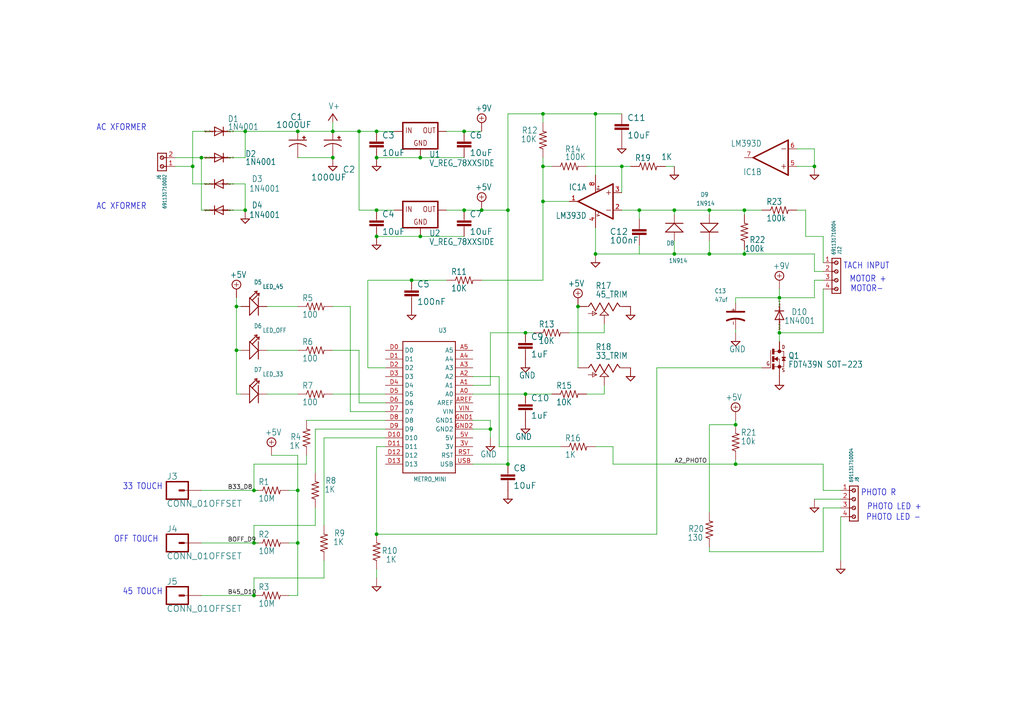
<source format=kicad_sch>
(kicad_sch (version 20231120) (generator "eeschema") (generator_version "8.0")
  (paper "A4")
  (lib_symbols
    (symbol "Philips 212 Rev 4-eagle-import:+5V" (power)
      (symbol "+5V_1_0"
        (pin power_in line (at 0 -2.54 90) (length 2.54) (name "+5V") (number "1"))
      )
    )
    (symbol "Philips 212 Rev 4-eagle-import:+9V" (power)
      (symbol "+9V_1_0"
        (pin power_in line (at 0 -2.54 90) (length 2.54) (name "+9V") (number "1"))
      )
    )
    (symbol "Philips 212 Rev 4-eagle-import:1000UF"
      (property "Reference" "C" (at 1.016 0.635 0))
      (symbol "1000UF_1_0"
        (pin passive line (at 0 2.54 270) (length 2.54) (name "+") (number "1"))
        (pin passive line (at 0 -5.08 90) (length 2.54) (name "-") (number "2"))
      )
    )
    (symbol "Philips 212 Rev 4-eagle-import:10UF-0805-10V-10%"
      (property "Reference" "C" (at 1.524 2.921 0))
      (symbol "10UF-0805-10V-10%_1_0"
        (pin passive line (at 0 5.08 270) (length 2.54) (name "1") (number "1"))
        (pin passive line (at 0 -2.54 90) (length 2.54) (name "2") (number "2"))
      )
    )
    (symbol "Philips 212 Rev 4-eagle-import:10UF-1206-6.3V-20%"
      (property "Reference" "C" (at 1.524 2.921 0))
      (symbol "10UF-1206-6.3V-20%_1_0"
        (pin passive line (at 0 5.08 270) (length 2.54) (name "1") (number "1"))
        (pin passive line (at 0 -2.54 90) (length 2.54) (name "2") (number "2"))
      )
    )
    (symbol "Philips 212 Rev 4-eagle-import:1N4004"
      (property "Reference" "D" (at 2.54 0.4826 0))
      (symbol "1N4004_1_0"
        (text "SpiceOrder 1" (at -2.54 0 0) (effects (font (size 0.4064 0.3454))))
        (text "SpiceOrder 2" (at 2.54 0 0) (effects (font (size 0.4064 0.3454))))
        (pin passive line (at -2.54 0 0) (length 2.54) (name "A") (number "A"))
        (pin passive line (at 2.54 0 180) (length 2.54) (name "C") (number "C"))
      )
    )
    (symbol "Philips 212 Rev 4-eagle-import:691131710002"
      (property "Reference" "J" (at -4.88 -0.922 0))
      (symbol "691131710002_1_0"
        (pin passive line (at -2.54 -5.08 90) (length 2.54) (name "1") (number "1"))
        (pin passive line (at 0 -5.08 90) (length 2.54) (name "2") (number "2"))
      )
    )
    (symbol "Philips 212 Rev 4-eagle-import:691131710004"
      (property "Reference" "J" (at -7.42 -0.922 0))
      (symbol "691131710004_1_0"
        (pin passive line (at -5.08 -5.08 90) (length 2.54) (name "1") (number "1"))
        (pin passive line (at -2.54 -5.08 90) (length 2.54) (name "2") (number "2"))
        (pin passive line (at 0 -5.08 90) (length 2.54) (name "3") (number "3"))
        (pin passive line (at 2.54 -5.08 90) (length 2.54) (name "4") (number "4"))
      )
    )
    (symbol "Philips 212 Rev 4-eagle-import:CONN_01OFFSET"
      (property "Reference" "J" (at -2.54 3.048 0))
      (symbol "CONN_01OFFSET_1_0"
        (pin passive line (at 7.62 0 180) (length 5.08) (name "1") (number "1"))
      )
    )
    (symbol "Philips 212 Rev 4-eagle-import:DIP-DIODE-400V-1A(DO-41)"
      (property "Reference" "D" (at -3.81 2.54 0))
      (symbol "DIP-DIODE-400V-1A(DO-41)_1_0"
        (pin passive line (at -3.81 0 0) (length 2.54) (name "+") (number "1"))
        (pin passive line (at 3.81 0 180) (length 2.54) (name "-") (number "2"))
      )
    )
    (symbol "Philips 212 Rev 4-eagle-import:DIP-LED-TRANSPARENT-WHITE(2P-D5MM)"
      (property "Reference" "D" (at -7.62 1.27 0))
      (symbol "DIP-LED-TRANSPARENT-WHITE(2P-D5MM)_1_0"
        (pin passive line (at -3.81 0 0) (length 2.54) (name "+") (number "+"))
        (pin passive line (at 3.81 0 180) (length 2.54) (name "-") (number "-"))
      )
    )
    (symbol "Philips 212 Rev 4-eagle-import:FDT439NSOT-223"
      (property "Reference" "Q" (at 2.5462 0 0))
      (symbol "FDT439NSOT-223_1_0"
        (text "D" (at 0.6363 2.8635 0) (effects (font (size 1.0181 0.8653)) (justify left bottom)))
        (text "G" (at -3.8217 -1.9108 0) (effects (font (size 1.0191 0.8662)) (justify left bottom)))
        (text "S" (at 0.6369 -3.8217 0) (effects (font (size 1.0191 0.8662)) (justify left bottom)))
        (pin passive line (at -5.08 -2.54 0) (length 2.54) (name "G") (number "1"))
        (pin passive line (at 0 5.08 270) (length 2.54) (name "D") (number "2"))
        (pin passive line (at 0 -5.08 90) (length 2.54) (name "S") (number "3"))
        (pin passive line (at 0 5.08 270) (length 2.54) (name "D") (number "4"))
      )
    )
    (symbol "Philips 212 Rev 4-eagle-import:GND" (power)
      (symbol "GND_1_0"
        (pin power_in line (at 0 2.54 270) (length 2.54) (name "GND") (number "1"))
      )
    )
    (symbol "Philips 212 Rev 4-eagle-import:LM393D"
      (symbol "LM393D_1_0"
        (pin output line (at 7.62 0 180) (length 2.54) (name "OUT") (number "1"))
        (pin input line (at -7.62 -2.54 0) (length 2.54) (name "-IN") (number "2"))
        (pin input line (at -7.62 2.54 0) (length 2.54) (name "+IN") (number "3"))
      )
      (symbol "LM393D_2_0"
        (pin input line (at -7.62 2.54 0) (length 2.54) (name "+IN") (number "5"))
        (pin input line (at -7.62 -2.54 0) (length 2.54) (name "-IN") (number "6"))
        (pin output line (at 7.62 0 180) (length 2.54) (name "OUT") (number "7"))
      )
      (symbol "LM393D_3_0"
        (text "V+" (at 1.27 3.175 900) (effects (font (size 0.8128 0.6908)) (justify left bottom)))
        (text "V-" (at 1.27 -4.445 900) (effects (font (size 0.8128 0.6908)) (justify left bottom)))
        (pin power_in line (at 0 -7.62 90) (length 5.08) (name "V-") (number "4"))
        (pin power_in line (at 0 7.62 270) (length 5.08) (name "V+") (number "8"))
      )
    )
    (symbol "Philips 212 Rev 4-eagle-import:METRO_MINI"
      (symbol "METRO_MINI_1_0"
        (pin bidirectional line (at -12.7 -10.16 0) (length 5.08) (name "3V") (number "3V"))
        (pin bidirectional line (at -12.7 -7.62 0) (length 5.08) (name "5V") (number "5V"))
        (pin bidirectional line (at -12.7 5.08 0) (length 5.08) (name "A0") (number "A0"))
        (pin bidirectional line (at -12.7 7.62 0) (length 5.08) (name "A1") (number "A1"))
        (pin bidirectional line (at -12.7 10.16 0) (length 5.08) (name "A2") (number "A2"))
        (pin bidirectional line (at -12.7 12.7 0) (length 5.08) (name "A3") (number "A3"))
        (pin bidirectional line (at -12.7 15.24 0) (length 5.08) (name "A4") (number "A4"))
        (pin bidirectional line (at -12.7 17.78 0) (length 5.08) (name "A5") (number "A5"))
        (pin bidirectional line (at -12.7 2.54 0) (length 5.08) (name "AREF") (number "AREF"))
        (pin bidirectional line (at 12.7 17.78 180) (length 5.08) (name "D0") (number "D0"))
        (pin bidirectional line (at 12.7 15.24 180) (length 5.08) (name "D1") (number "D1"))
        (pin bidirectional line (at 12.7 -7.62 180) (length 5.08) (name "D10") (number "D10"))
        (pin bidirectional line (at 12.7 -10.16 180) (length 5.08) (name "D11") (number "D11"))
        (pin bidirectional line (at 12.7 -12.7 180) (length 5.08) (name "D12") (number "D12"))
        (pin bidirectional line (at 12.7 -15.24 180) (length 5.08) (name "D13") (number "D13"))
        (pin bidirectional line (at 12.7 12.7 180) (length 5.08) (name "D2") (number "D2"))
        (pin bidirectional line (at 12.7 10.16 180) (length 5.08) (name "D3") (number "D3"))
        (pin bidirectional line (at 12.7 7.62 180) (length 5.08) (name "D4") (number "D4"))
        (pin bidirectional line (at 12.7 5.08 180) (length 5.08) (name "D5") (number "D5"))
        (pin bidirectional line (at 12.7 2.54 180) (length 5.08) (name "D6") (number "D6"))
        (pin bidirectional line (at 12.7 0 180) (length 5.08) (name "D7") (number "D7"))
        (pin bidirectional line (at 12.7 -2.54 180) (length 5.08) (name "D8") (number "D8"))
        (pin bidirectional line (at 12.7 -5.08 180) (length 5.08) (name "D9") (number "D9"))
        (pin power_in line (at -12.7 -2.54 0) (length 5.08) (name "GND1") (number "GND1"))
        (pin power_in line (at -12.7 -5.08 0) (length 5.08) (name "GND2") (number "GND2"))
        (pin bidirectional line (at -12.7 -12.7 0) (length 5.08) (name "RST") (number "RST"))
        (pin power_in line (at -12.7 -15.24 0) (length 5.08) (name "USB") (number "USB"))
        (pin bidirectional line (at -12.7 0 0) (length 5.08) (name "VIN") (number "VIN"))
      )
    )
    (symbol "Philips 212 Rev 4-eagle-import:POTS212_POT"
      (property "Reference" "R" (at -5.08 -2.54 90))
      (symbol "POTS212_POT_1_0"
        (pin passive line (at 0 -7.62 90) (length 2.54) (name "A") (number "1"))
        (pin passive line (at 5.08 0 180) (length 2.54) (name "S") (number "2"))
        (pin passive line (at 0 7.62 270) (length 2.54) (name "E") (number "3"))
      )
    )
    (symbol "Philips 212 Rev 4-eagle-import:R-US_M1206"
      (property "Reference" "R" (at -3.81 1.4986 0))
      (symbol "R-US_M1206_1_0"
        (pin passive line (at -5.08 0 0) (length 2.54) (name "1") (number "1"))
        (pin passive line (at 5.08 0 180) (length 2.54) (name "2") (number "2"))
      )
    )
    (symbol "Philips 212 Rev 4-eagle-import:TANTALUM-SMD-470UF-6.3V(AVX-D)"
      (property "Reference" "C" (at -6.35 3.81 0))
      (symbol "TANTALUM-SMD-470UF-6.3V(AVX-D)_1_0"
        (text "+" (at -2.54 0 0) (effects (font (size 1.27 1.0795)) (justify left bottom)))
        (text "-" (at 1.27 0 0) (effects (font (size 1.27 1.0795)) (justify left bottom)))
        (pin passive line (at -3.81 0 0) (length 2.54) (name "+") (number "+"))
        (pin passive line (at 3.81 0 180) (length 2.54) (name "-") (number "-"))
      )
    )
    (symbol "Philips 212 Rev 4-eagle-import:V+" (power)
      (symbol "V+_1_0"
        (pin power_in line (at 0 -2.54 90) (length 2.54) (name "V+") (number "1"))
      )
    )
    (symbol "Philips 212 Rev 4-eagle-import:V_REG_78XXSIDE"
      (property "Reference" "U" (at 2.54 -7.62 0))
      (symbol "V_REG_78XXSIDE_1_0"
        (text "GND" (at -2.032 -4.318 0) (effects (font (size 1.524 1.2954)) (justify left bottom)))
        (text "IN" (at -4.445 -0.635 0) (effects (font (size 1.524 1.2954)) (justify left bottom)))
        (text "OUT" (at 0.635 -0.635 0) (effects (font (size 1.524 1.2954)) (justify left bottom)))
        (pin input line (at 0 -7.62 90) (length 2.54) (name "GND") (number "GND"))
        (pin input line (at -7.62 0 0) (length 2.54) (name "IN") (number "IN"))
        (pin passive line (at 7.62 0 180) (length 2.54) (name "OUT") (number "OUT"))
      )
    )
  )
  (junction (at 215.9 60.96))
  (junction (at 205.74 73.66))
  (junction (at 73.66 142.24))
  (junction (at 86.36 142.24))
  (junction (at 142.24 124.46))
  (junction (at 152.4 96.52))
  (junction (at 86.36 157.48))
  (junction (at 167.64 88.9))
  (junction (at 180.34 48.26))
  (junction (at 195.58 73.66))
  (junction (at 157.48 33.02))
  (junction (at 236.22 48.26))
  (junction (at 121.92 68.58))
  (junction (at 96.52 45.72))
  (junction (at 71.12 38.1))
  (junction (at 226.06 96.52))
  (junction (at 109.22 45.72))
  (junction (at 68.58 101.6))
  (junction (at 226.06 86.36))
  (junction (at 68.58 88.9))
  (junction (at 172.72 33.02))
  (junction (at 109.22 60.96))
  (junction (at 121.92 45.72))
  (junction (at 119.38 81.28))
  (junction (at 71.12 60.96))
  (junction (at 205.74 60.96))
  (junction (at 147.32 60.96))
  (junction (at 109.22 38.1))
  (junction (at 109.22 68.58))
  (junction (at 134.62 60.96))
  (junction (at 157.48 58.42))
  (junction (at 215.9 73.66))
  (junction (at 213.36 134.62))
  (junction (at 104.14 38.1))
  (junction (at 55.88 48.26))
  (junction (at 86.36 38.1))
  (junction (at 157.48 48.26))
  (junction (at 213.36 123.19))
  (junction (at 109.22 154.94))
  (junction (at 147.32 134.62))
  (junction (at 195.58 60.96))
  (junction (at 172.72 73.66))
  (junction (at 134.62 38.1))
  (junction (at 139.7 60.96))
  (junction (at 73.66 157.48))
  (junction (at 58.42 45.72))
  (junction (at 73.66 172.72))
  (junction (at 96.52 38.1))
  (junction (at 185.42 60.96))
  (junction (at 152.4 114.3))
  (wire (pts (xy 139.7 60.96) (xy 147.32 60.96)) (stroke (width 0.1524)))
  (wire (pts (xy 111.76 121.92) (xy 88.9 121.92)) (stroke (width 0.1524)))
  (wire (pts (xy 170.18 114.3) (xy 175.26 114.3)) (stroke (width 0.1524)))
  (wire (pts (xy 69.85 101.6) (xy 68.58 101.6)) (stroke (width 0.1524)))
  (wire (pts (xy 213.36 86.36) (xy 226.06 86.36)) (stroke (width 0.1524)))
  (wire (pts (xy 73.66 157.48) (xy 58.42 157.48)) (stroke (width 0.1524)))
  (wire (pts (xy 157.48 81.28) (xy 139.7 81.28)) (stroke (width 0.1524)))
  (wire (pts (xy 233.68 60.96) (xy 231.14 60.96)) (stroke (width 0.1524)))
  (wire (pts (xy 195.58 69.85) (xy 195.58 73.66)) (stroke (width 0.1524)))
  (wire (pts (xy 137.16 111.76) (xy 142.24 111.76)) (stroke (width 0.1524)))
  (wire (pts (xy 88.9 134.62) (xy 73.66 134.62)) (stroke (width 0.1524)))
  (wire (pts (xy 73.66 172.72) (xy 58.42 172.72)) (stroke (width 0.1524)))
  (wire (pts (xy 134.62 45.72) (xy 121.92 45.72)) (stroke (width 0.1524)))
  (wire (pts (xy 96.52 88.9) (xy 101.6 88.9)) (stroke (width 0.1524)))
  (wire (pts (xy 205.74 158.75) (xy 205.74 160.02)) (stroke (width 0.1524)))
  (wire (pts (xy 231.14 48.26) (xy 236.22 48.26)) (stroke (width 0.1524)))
  (wire (pts (xy 236.22 86.36) (xy 236.22 81.28)) (stroke (width 0.1524)))
  (wire (pts (xy 180.34 33.02) (xy 172.72 33.02)) (stroke (width 0.1524)))
  (wire (pts (xy 213.36 96.52) (xy 213.36 95.504)) (stroke (width 0.1524)))
  (wire (pts (xy 180.34 60.96) (xy 185.42 60.96)) (stroke (width 0.1524)))
  (wire (pts (xy 60.96 53.34) (xy 55.88 53.34)) (stroke (width 0.1524)))
  (wire (pts (xy 152.4 96.52) (xy 154.94 96.52)) (stroke (width 0.1524)))
  (wire (pts (xy 215.9 60.96) (xy 220.98 60.96)) (stroke (width 0.1524)))
  (wire (pts (xy 238.76 68.58) (xy 238.76 76.2)) (stroke (width 0.1524)))
  (wire (pts (xy 129.54 38.1) (xy 134.62 38.1)) (stroke (width 0.1524)))
  (wire (pts (xy 175.26 93.98) (xy 175.26 96.52)) (stroke (width 0.1524)))
  (wire (pts (xy 86.36 101.6) (xy 77.47 101.6)) (stroke (width 0.1524)))
  (wire (pts (xy 106.68 81.28) (xy 119.38 81.28)) (stroke (width 0.1524)))
  (wire (pts (xy 177.8 134.62) (xy 213.36 134.62)) (stroke (width 0.1524)))
  (wire (pts (xy 139.7 38.1) (xy 134.62 38.1)) (stroke (width 0.1524)))
  (wire (pts (xy 71.12 53.34) (xy 71.12 60.96)) (stroke (width 0.1524)))
  (wire (pts (xy 190.5 106.68) (xy 220.98 106.68)) (stroke (width 0.1524)))
  (wire (pts (xy 96.52 101.6) (xy 104.14 101.6)) (stroke (width 0.1524)))
  (wire (pts (xy 73.66 152.4) (xy 73.66 157.48)) (stroke (width 0.1524)))
  (wire (pts (xy 109.22 129.54) (xy 109.22 154.94)) (stroke (width 0.1524)))
  (wire (pts (xy 69.85 88.9) (xy 68.58 88.9)) (stroke (width 0.1524)))
  (wire (pts (xy 142.24 121.92) (xy 142.24 124.46)) (stroke (width 0.1524)))
  (wire (pts (xy 205.74 62.23) (xy 205.74 60.96)) (stroke (width 0.1524)))
  (wire (pts (xy 86.36 157.48) (xy 86.36 172.72)) (stroke (width 0.1524)))
  (wire (pts (xy 185.42 71.12) (xy 185.42 73.66)) (stroke (width 0.1524)))
  (wire (pts (xy 236.22 73.66) (xy 236.22 78.74)) (stroke (width 0.1524)))
  (wire (pts (xy 137.16 134.62) (xy 147.32 134.62)) (stroke (width 0.1524)))
  (wire (pts (xy 104.14 116.84) (xy 111.76 116.84)) (stroke (width 0.1524)))
  (wire (pts (xy 68.58 88.9) (xy 68.58 86.36)) (stroke (width 0.1524)))
  (wire (pts (xy 226.06 83.82) (xy 226.06 86.36)) (stroke (width 0.1524)))
  (wire (pts (xy 137.16 121.92) (xy 142.24 121.92)) (stroke (width 0.1524)))
  (wire (pts (xy 185.42 63.5) (xy 185.42 60.96)) (stroke (width 0.1524)))
  (wire (pts (xy 60.96 38.1) (xy 55.88 38.1)) (stroke (width 0.1524)))
  (wire (pts (xy 213.36 86.36) (xy 213.36 87.884)) (stroke (width 0.1524)))
  (wire (pts (xy 86.36 142.24) (xy 86.36 157.48)) (stroke (width 0.1524)))
  (wire (pts (xy 78.74 132.08) (xy 86.36 132.08)) (stroke (width 0.1524)))
  (wire (pts (xy 91.44 152.4) (xy 73.66 152.4)) (stroke (width 0.1524)))
  (wire (pts (xy 167.64 88.9) (xy 167.64 106.68)) (stroke (width 0.1524)))
  (wire (pts (xy 172.72 129.54) (xy 177.8 129.54)) (stroke (width 0.1524)))
  (wire (pts (xy 185.42 60.96) (xy 195.58 60.96)) (stroke (width 0.1524)))
  (wire (pts (xy 175.26 96.52) (xy 165.1 96.52)) (stroke (width 0.1524)))
  (wire (pts (xy 83.82 172.72) (xy 86.36 172.72)) (stroke (width 0.1524)))
  (wire (pts (xy 73.66 142.24) (xy 58.42 142.24)) (stroke (width 0.1524)))
  (wire (pts (xy 86.36 88.9) (xy 77.47 88.9)) (stroke (width 0.1524)))
  (wire (pts (xy 96.52 114.3) (xy 111.76 114.3)) (stroke (width 0.1524)))
  (wire (pts (xy 243.84 162.56) (xy 243.84 149.86)) (stroke (width 0.1524)))
  (wire (pts (xy 71.12 38.1) (xy 71.12 45.72)) (stroke (width 0.1524)))
  (wire (pts (xy 226.06 86.36) (xy 226.06 88.9)) (stroke (width 0.1524)))
  (wire (pts (xy 238.76 147.32) (xy 238.76 160.02)) (stroke (width 0.1524)))
  (wire (pts (xy 104.14 60.96) (xy 104.14 38.1)) (stroke (width 0.1524)))
  (wire (pts (xy 111.76 129.54) (xy 109.22 129.54)) (stroke (width 0.1524)))
  (wire (pts (xy 86.36 38.1) (xy 71.12 38.1)) (stroke (width 0.1524)))
  (wire (pts (xy 93.98 167.64) (xy 93.98 162.56)) (stroke (width 0.1524)))
  (wire (pts (xy 109.22 154.94) (xy 190.5 154.94)) (stroke (width 0.1524)))
  (wire (pts (xy 213.36 133.35) (xy 213.36 134.62)) (stroke (width 0.1524)))
  (wire (pts (xy 109.22 38.1) (xy 114.3 38.1)) (stroke (width 0.1524)))
  (wire (pts (xy 243.84 147.32) (xy 238.76 147.32)) (stroke (width 0.1524)))
  (wire (pts (xy 147.32 60.96) (xy 147.32 33.02)) (stroke (width 0.1524)))
  (wire (pts (xy 157.48 33.02) (xy 157.48 35.56)) (stroke (width 0.1524)))
  (wire (pts (xy 91.44 147.32) (xy 91.44 152.4)) (stroke (width 0.1524)))
  (wire (pts (xy 182.88 48.26) (xy 180.34 48.26)) (stroke (width 0.1524)))
  (wire (pts (xy 119.38 81.28) (xy 129.54 81.28)) (stroke (width 0.1524)))
  (wire (pts (xy 215.9 73.66) (xy 205.74 73.66)) (stroke (width 0.1524)))
  (wire (pts (xy 195.58 48.26) (xy 193.04 48.26)) (stroke (width 0.1524)))
  (wire (pts (xy 226.06 96.52) (xy 226.06 99.06)) (stroke (width 0.1524)))
  (wire (pts (xy 190.5 154.94) (xy 190.5 106.68)) (stroke (width 0.1524)))
  (wire (pts (xy 111.76 127) (xy 93.98 127)) (stroke (width 0.1524)))
  (wire (pts (xy 137.16 114.3) (xy 152.4 114.3)) (stroke (width 0.1524)))
  (wire (pts (xy 147.32 33.02) (xy 157.48 33.02)) (stroke (width 0.1524)))
  (wire (pts (xy 180.34 48.26) (xy 170.18 48.26)) (stroke (width 0.1524)))
  (wire (pts (xy 109.22 60.96) (xy 104.14 60.96)) (stroke (width 0.1524)))
  (wire (pts (xy 213.36 123.19) (xy 205.74 123.19)) (stroke (width 0.1524)))
  (wire (pts (xy 142.24 96.52) (xy 152.4 96.52)) (stroke (width 0.1524)))
  (wire (pts (xy 58.42 60.96) (xy 60.96 60.96)) (stroke (width 0.1524)))
  (wire (pts (xy 73.66 167.64) (xy 73.66 172.72)) (stroke (width 0.1524)))
  (wire (pts (xy 175.26 111.76) (xy 175.26 114.3)) (stroke (width 0.1524)))
  (wire (pts (xy 109.22 60.96) (xy 114.3 60.96)) (stroke (width 0.1524)))
  (wire (pts (xy 142.24 111.76) (xy 142.24 96.52)) (stroke (width 0.1524)))
  (wire (pts (xy 236.22 78.74) (xy 238.76 78.74)) (stroke (width 0.1524)))
  (wire (pts (xy 93.98 167.64) (xy 73.66 167.64)) (stroke (width 0.1524)))
  (wire (pts (xy 66.04 38.1) (xy 71.12 38.1)) (stroke (width 0.1524)))
  (wire (pts (xy 142.24 124.46) (xy 137.16 124.46)) (stroke (width 0.1524)))
  (wire (pts (xy 139.7 60.96) (xy 134.62 60.96)) (stroke (width 0.1524)))
  (wire (pts (xy 157.48 45.72) (xy 157.48 48.26)) (stroke (width 0.1524)))
  (wire (pts (xy 68.58 101.6) (xy 68.58 88.9)) (stroke (width 0.1524)))
  (wire (pts (xy 205.74 123.19) (xy 205.74 148.59)) (stroke (width 0.1524)))
  (wire (pts (xy 233.68 68.58) (xy 238.76 68.58)) (stroke (width 0.1524)))
  (wire (pts (xy 106.68 106.68) (xy 106.68 81.28)) (stroke (width 0.1524)))
  (wire (pts (xy 129.54 60.96) (xy 134.62 60.96)) (stroke (width 0.1524)))
  (wire (pts (xy 215.9 73.66) (xy 236.22 73.66)) (stroke (width 0.1524)))
  (wire (pts (xy 50.8 48.26) (xy 55.88 48.26)) (stroke (width 0.1524)))
  (wire (pts (xy 88.9 134.62) (xy 88.9 132.08)) (stroke (width 0.1524)))
  (wire (pts (xy 109.22 38.1) (xy 104.14 38.1)) (stroke (width 0.1524)))
  (wire (pts (xy 215.9 62.23) (xy 215.9 60.96)) (stroke (width 0.1524)))
  (wire (pts (xy 74.93 142.24) (xy 73.66 142.24)) (stroke (width 0.1524)))
  (wire (pts (xy 142.24 127) (xy 142.24 124.46)) (stroke (width 0.1524)))
  (wire (pts (xy 73.66 134.62) (xy 73.66 142.24)) (stroke (width 0.1524)))
  (wire (pts (xy 180.34 55.88) (xy 180.34 48.26)) (stroke (width 0.1524)))
  (wire (pts (xy 236.22 144.78) (xy 243.84 144.78)) (stroke (width 0.1524)))
  (wire (pts (xy 215.9 72.39) (xy 215.9 73.66)) (stroke (width 0.1524)))
  (wire (pts (xy 101.6 119.38) (xy 111.76 119.38)) (stroke (width 0.1524)))
  (wire (pts (xy 144.78 109.22) (xy 144.78 129.54)) (stroke (width 0.1524)))
  (wire (pts (xy 134.62 68.58) (xy 121.92 68.58)) (stroke (width 0.1524)))
  (wire (pts (xy 238.76 142.24) (xy 243.84 142.24)) (stroke (width 0.1524)))
  (wire (pts (xy 238.76 134.62) (xy 213.36 134.62)) (stroke (width 0.1524)))
  (wire (pts (xy 172.72 73.66) (xy 195.58 73.66)) (stroke (width 0.1524)))
  (wire (pts (xy 157.48 58.42) (xy 165.1 58.42)) (stroke (width 0.1524)))
  (wire (pts (xy 71.12 60.96) (xy 66.04 60.96)) (stroke (width 0.1524)))
  (wire (pts (xy 58.42 45.72) (xy 58.42 60.96)) (stroke (width 0.1524)))
  (wire (pts (xy 137.16 109.22) (xy 144.78 109.22)) (stroke (width 0.1524)))
  (wire (pts (xy 68.58 114.3) (xy 68.58 101.6)) (stroke (width 0.1524)))
  (wire (pts (xy 83.82 142.24) (xy 86.36 142.24)) (stroke (width 0.1524)))
  (wire (pts (xy 109.22 68.58) (xy 121.92 68.58)) (stroke (width 0.1524)))
  (wire (pts (xy 71.12 45.72) (xy 66.04 45.72)) (stroke (width 0.1524)))
  (wire (pts (xy 172.72 33.02) (xy 172.72 50.8)) (stroke (width 0.1524)))
  (wire (pts (xy 111.76 124.46) (xy 91.44 124.46)) (stroke (width 0.1524)))
  (wire (pts (xy 195.58 73.66) (xy 205.74 73.66)) (stroke (width 0.1524)))
  (wire (pts (xy 111.76 106.68) (xy 106.68 106.68)) (stroke (width 0.1524)))
  (wire (pts (xy 109.22 45.72) (xy 121.92 45.72)) (stroke (width 0.1524)))
  (wire (pts (xy 236.22 81.28) (xy 238.76 81.28)) (stroke (width 0.1524)))
  (wire (pts (xy 238.76 134.62) (xy 238.76 142.24)) (stroke (width 0.1524)))
  (wire (pts (xy 205.74 73.66) (xy 205.74 69.85)) (stroke (width 0.1524)))
  (wire (pts (xy 238.76 96.52) (xy 238.76 83.82)) (stroke (width 0.1524)))
  (wire (pts (xy 147.32 134.62) (xy 147.32 60.96)) (stroke (width 0.1524)))
  (wire (pts (xy 226.06 93.98) (xy 226.06 96.52)) (stroke (width 0.1524)))
  (wire (pts (xy 213.36 121.92) (xy 213.36 123.19)) (stroke (width 0.1524)))
  (wire (pts (xy 195.58 62.23) (xy 195.58 60.96)) (stroke (width 0.1524)))
  (wire (pts (xy 231.14 43.18) (xy 236.22 43.18)) (stroke (width 0.1524)))
  (wire (pts (xy 233.68 60.96) (xy 233.68 68.58)) (stroke (width 0.1524)))
  (wire (pts (xy 69.85 114.3) (xy 68.58 114.3)) (stroke (width 0.1524)))
  (wire (pts (xy 55.88 48.26) (xy 55.88 53.34)) (stroke (width 0.1524)))
  (wire (pts (xy 160.02 48.26) (xy 157.48 48.26)) (stroke (width 0.1524)))
  (wire (pts (xy 83.82 157.48) (xy 86.36 157.48)) (stroke (width 0.1524)))
  (wire (pts (xy 66.04 53.34) (xy 71.12 53.34)) (stroke (width 0.1524)))
  (wire (pts (xy 157.48 81.28) (xy 157.48 58.42)) (stroke (width 0.1524)))
  (wire (pts (xy 152.4 114.3) (xy 160.02 114.3)) (stroke (width 0.1524)))
  (wire (pts (xy 96.52 38.1) (xy 86.36 38.1)) (stroke (width 0.1524)))
  (wire (pts (xy 236.22 86.36) (xy 226.06 86.36)) (stroke (width 0.1524)))
  (wire (pts (xy 205.74 60.96) (xy 215.9 60.96)) (stroke (width 0.1524)))
  (wire (pts (xy 109.22 165.1) (xy 109.22 167.64)) (stroke (width 0.1524)))
  (wire (pts (xy 86.36 114.3) (xy 77.47 114.3)) (stroke (width 0.1524)))
  (wire (pts (xy 205.74 160.02) (xy 238.76 160.02)) (stroke (width 0.1524)))
  (wire (pts (xy 93.98 127) (xy 93.98 152.4)) (stroke (width 0.1524)))
  (wire (pts (xy 172.72 66.04) (xy 172.72 73.66)) (stroke (width 0.1524)))
  (wire (pts (xy 157.48 48.26) (xy 157.48 58.42)) (stroke (width 0.1524)))
  (wire (pts (xy 55.88 38.1) (xy 55.88 48.26)) (stroke (width 0.1524)))
  (wire (pts (xy 86.36 132.08) (xy 86.36 142.24)) (stroke (width 0.1524)))
  (wire (pts (xy 177.8 129.54) (xy 177.8 134.62)) (stroke (width 0.1524)))
  (wire (pts (xy 101.6 88.9) (xy 101.6 119.38)) (stroke (width 0.1524)))
  (wire (pts (xy 172.72 33.02) (xy 157.48 33.02)) (stroke (width 0.1524)))
  (wire (pts (xy 205.74 60.96) (xy 195.58 60.96)) (stroke (width 0.1524)))
  (wire (pts (xy 104.14 101.6) (xy 104.14 116.84)) (stroke (width 0.1524)))
  (wire (pts (xy 144.78 129.54) (xy 162.56 129.54)) (stroke (width 0.1524)))
  (wire (pts (xy 236.22 43.18) (xy 236.22 48.26)) (stroke (width 0.1524)))
  (wire (pts (xy 50.8 45.72) (xy 58.42 45.72)) (stroke (width 0.1524)))
  (wire (pts (xy 238.76 96.52) (xy 226.06 96.52)) (stroke (width 0.1524)))
  (wire (pts (xy 104.14 38.1) (xy 96.52 38.1)) (stroke (width 0.1524)))
  (wire (pts (xy 96.52 45.72) (xy 86.36 45.72)) (stroke (width 0.1524)))
  (wire (pts (xy 91.44 124.46) (xy 91.44 137.16)) (stroke (width 0.1524)))
  (wire (pts (xy 96.52 38.1) (xy 96.52 35.56)) (stroke (width 0.1524)))
  (wire (pts (xy 60.96 45.72) (xy 58.42 45.72)) (stroke (width 0.1524)))
  (wire (pts (xy 74.93 157.48) (xy 73.66 157.48)) (stroke (width 0.1524)))
  (text "OFF TOUCH" (at 33.02 157.48 0) (effects (font (size 1.778 1.5113)) (justify left bottom)))
  (text "PHOTO R" (at 249.682 144.018 0) (effects (font (size 1.778 1.5113)) (justify left bottom)))
  (text "AC XFORMER" (at 27.94 38.1 0) (effects (font (size 1.778 1.5113)) (justify left bottom)))
  (text "MOTOR +" (at 246.38 82.042 0) (effects (font (size 1.778 1.5113)) (justify left bottom)))
  (text "MOTOR-" (at 246.634 84.836 0) (effects (font (size 1.778 1.5113)) (justify left bottom)))
  (text "33 TOUCH" (at 35.56 142.24 0) (effects (font (size 1.778 1.5113)) (justify left bottom)))
  (text "TACH INPUT" (at 244.602 78.232 0) (effects (font (size 1.778 1.5113)) (justify left bottom)))
  (text "45 TOUCH" (at 35.56 172.72 0) (effects (font (size 1.778 1.5113)) (justify left bottom)))
  (text "PHOTO LED -" (at 251.206 151.13 0) (effects (font (size 1.778 1.5113)) (justify left bottom)))
  (text "AC XFORMER" (at 27.94 60.96 0) (effects (font (size 1.778 1.5113)) (justify left bottom)))
  (text "PHOTO LED +" (at 251.46 148.082 0) (effects (font (size 1.778 1.5113)) (justify left bottom)))
  (label "BOFF_D9" (at 66.04 157.48 0) (effects (font (size 1.2446 1.2446))))
  (label "B33_D8" (at 66.04 142.24 0) (effects (font (size 1.2446 1.2446))))
  (label "A2_PHOTO" (at 195.58 134.62 0) (effects (font (size 1.2446 1.2446))))
  (label "B45_D10" (at 66.04 172.72 0) (effects (font (size 1.2446 1.2446))))
  (symbol (lib_id "Philips 212 Rev 4-eagle-import:+5V") (at 78.74 129.54 0) (unit 1)
    (property "Reference" "#SUPPLY3" (effects (hide yes)))
    (property "Value" "+5V" (at 76.835 126.365 0) (effects (font (size 1.778 1.5113)) (justify left bottom)))
  )
  (symbol (lib_id "Philips 212 Rev 4-eagle-import:GND") (at 152.4 106.68 0) (unit 1)
    (property "Reference" "#SUPPLY14" (effects (hide yes)))
    (property "Value" "GND" (at 150.495 109.855 0) (effects (font (size 1.778 1.5113)) (justify left bottom)))
  )
  (symbol (lib_id "Philips 212 Rev 4-eagle-import:R-US_M1206") (at 157.48 40.64 90) (unit 1)
    (property "Reference" "R12" (at 155.9814 36.83 90) (effects (font (size 1.778 1.5113)) (justify left bottom)))
    (property "Value" "10K" (at 155.702 39.37 90) (effects (font (size 1.778 1.5113)) (justify left bottom)))
    (property "Footprint" "Philips 212 Rev 4:M1206" (effects (hide yes)))
  )
  (symbol (lib_id "Philips 212 Rev 4-eagle-import:GND") (at 182.88 91.44 0) (unit 1)
    (property "Reference" "#SUPPLY19" (effects (hide yes)))
    (property "Value" "GND" (effects (hide yes)))
  )
  (symbol (lib_id "Philips 212 Rev 4-eagle-import:DIP-DIODE-400V-1A(DO-41)") (at 195.58 66.04 90) (unit 1)
    (property "Reference" "D8" (at 195.58 69.85 90) (effects (font (size 1.27 1.0795)) (justify left bottom)))
    (property "Value" "1N914" (at 199.39 74.93 90) (effects (font (size 1.27 1.0795)) (justify left bottom)))
    (property "Footprint" "Philips 212 Rev 4:DO-41" (effects (hide yes)))
  )
  (symbol (lib_id "Philips 212 Rev 4-eagle-import:DIP-LED-TRANSPARENT-WHITE(2P-D5MM)") (at 73.66 88.9 0) (unit 1)
    (property "Reference" "D5" (at 73.66 82.55 0) (effects (font (size 1.27 1.0795)) (justify left bottom)))
    (property "Value" "LED_45" (at 76.2 83.82 0) (effects (font (size 1.27 1.0795)) (justify left bottom)))
    (property "Footprint" "Philips 212 Rev 4:LED2-2.54-D5.0MM" (effects (hide yes)))
  )
  (symbol (lib_id "Philips 212 Rev 4-eagle-import:R-US_M1206") (at 91.44 101.6 0) (unit 1)
    (property "Reference" "R6" (at 87.63 100.1014 0) (effects (font (size 1.778 1.5113)) (justify left bottom)))
    (property "Value" "100" (at 87.63 104.902 0) (effects (font (size 1.778 1.5113)) (justify left bottom)))
    (property "Footprint" "Philips 212 Rev 4:M1206" (effects (hide yes)))
  )
  (symbol (lib_id "Philips 212 Rev 4-eagle-import:R-US_M1206") (at 187.96 48.26 0) (unit 1)
    (property "Reference" "R19" (at 184.15 46.7614 0) (effects (font (size 1.778 1.5113)) (justify left bottom)))
    (property "Value" "1K" (at 191.77 46.482 0) (effects (font (size 1.778 1.5113)) (justify left bottom)))
    (property "Footprint" "Philips 212 Rev 4:M1206" (effects (hide yes)))
  )
  (symbol (lib_id "Philips 212 Rev 4-eagle-import:CONN_01OFFSET") (at 50.8 157.48 0) (unit 1)
    (property "Reference" "J4" (at 48.26 154.432 0) (effects (font (size 1.778 1.778)) (justify left bottom)))
    (property "Value" "CONN_01OFFSET" (at 48.26 162.306 0) (effects (font (size 1.778 1.778)) (justify left bottom)))
    (property "Footprint" "Philips 212 Rev 4:1X01_OFFSET" (effects (hide yes)))
  )
  (symbol (lib_id "Philips 212 Rev 4-eagle-import:1000UF") (at 96.52 40.64 0) (mirror y) (unit 1)
    (property "Reference" "C2" (at 103.124 50.165 0) (effects (font (size 1.778 1.778)) (justify left bottom)))
    (property "Value" "1000UF" (at 100.584 52.451 0) (effects (font (size 1.778 1.778)) (justify left bottom)))
    (property "Footprint" "Philips 212 Rev 4:CAPPAD1700W60L1040D500P" (effects (hide yes)))
  )
  (symbol (lib_id "Philips 212 Rev 4-eagle-import:10UF-0805-10V-10%") (at 185.42 68.58 0) (unit 1)
    (property "Reference" "C12" (at 176.784 68.199 0) (effects (font (size 1.778 1.778)) (justify left bottom)))
    (property "Value" "100nF" (at 176.784 70.739 0) (effects (font (size 1.778 1.778)) (justify left bottom)))
    (property "Footprint" "Philips 212 Rev 4:0805" (effects (hide yes)))
  )
  (symbol (lib_id "Philips 212 Rev 4-eagle-import:GND") (at 109.22 48.26 0) (mirror y) (unit 1)
    (property "Reference" "#SUPPLY6" (effects (hide yes)))
    (property "Value" "GND" (effects (hide yes)))
  )
  (symbol (lib_id "Philips 212 Rev 4-eagle-import:CONN_01OFFSET") (at 50.8 142.24 0) (unit 1)
    (property "Reference" "J3" (at 48.26 139.192 0) (effects (font (size 1.778 1.778)) (justify left bottom)))
    (property "Value" "CONN_01OFFSET" (at 48.26 147.066 0) (effects (font (size 1.778 1.778)) (justify left bottom)))
    (property "Footprint" "Philips 212 Rev 4:1X01_OFFSET" (effects (hide yes)))
  )
  (symbol (lib_id "Philips 212 Rev 4-eagle-import:+5V") (at 167.64 86.36 0) (mirror y) (unit 1)
    (property "Reference" "#SUPPLY16" (effects (hide yes)))
    (property "Value" "+5V" (at 169.545 83.185 0) (effects (font (size 1.778 1.5113)) (justify left bottom)))
  )
  (symbol (lib_id "Philips 212 Rev 4-eagle-import:POTS212_POT") (at 175.26 88.9 270) (unit 1)
    (property "Reference" "R17" (at 172.72 83.82 90) (effects (font (size 1.778 1.5113)) (justify left bottom)))
    (property "Value" "45_TRIM" (at 172.72 86.36 90) (effects (font (size 1.778 1.5113)) (justify left bottom)))
    (property "Footprint" "Philips 212 Rev 4:PH212_POT" (effects (hide yes)))
  )
  (symbol (lib_id "Philips 212 Rev 4-eagle-import:R-US_M1206") (at 91.44 142.24 90) (unit 1)
    (property "Reference" "R8" (at 97.5614 138.43 90) (effects (font (size 1.778 1.5113)) (justify left bottom)))
    (property "Value" "1K" (at 97.282 140.97 90) (effects (font (size 1.778 1.5113)) (justify left bottom)))
    (property "Footprint" "Philips 212 Rev 4:M1206" (effects (hide yes)))
  )
  (symbol (lib_id "Philips 212 Rev 4-eagle-import:691131710004") (at 248.92 147.32 270) (unit 1)
    (property "Reference" "J8" (at 247.998 139.9 0) (effects (font (size 1.016 0.8636)) (justify right bottom)))
    (property "Value" "691131710004" (at 246.34 139.95 0) (effects (font (size 1.016 0.8636)) (justify right bottom)))
    (property "Footprint" "Philips 212 Rev 4:691131710004" (effects (hide yes)))
  )
  (symbol (lib_id "Philips 212 Rev 4-eagle-import:1N4004") (at 63.5 60.96 0) (mirror y) (unit 1)
    (property "Reference" "D4" (at 76.2 60.4774 0) (effects (font (size 1.778 1.5113)) (justify left bottom)))
    (property "Value" "1N4001" (at 81.28 63.2714 0) (effects (font (size 1.778 1.5113)) (justify left bottom)))
    (property "Footprint" "Philips 212 Rev 4:DO41-10" (effects (hide yes)))
  )
  (symbol (lib_id "Philips 212 Rev 4-eagle-import:R-US_M1206") (at 78.74 172.72 0) (unit 1)
    (property "Reference" "R3" (at 74.93 171.2214 0) (effects (font (size 1.778 1.5113)) (justify left bottom)))
    (property "Value" "10M" (at 74.93 176.022 0) (effects (font (size 1.778 1.5113)) (justify left bottom)))
    (property "Footprint" "Philips 212 Rev 4:M1206" (effects (hide yes)))
  )
  (symbol (lib_id "Philips 212 Rev 4-eagle-import:R-US_M1206") (at 91.44 88.9 0) (unit 1)
    (property "Reference" "R5" (at 87.63 87.4014 0) (effects (font (size 1.778 1.5113)) (justify left bottom)))
    (property "Value" "100" (at 87.63 92.202 0) (effects (font (size 1.778 1.5113)) (justify left bottom)))
    (property "Footprint" "Philips 212 Rev 4:M1206" (effects (hide yes)))
    (property "Description" "RESISTOR, American symbol" (effects (hide yes)))
  )
  (symbol (lib_id "Philips 212 Rev 4-eagle-import:GND") (at 172.72 76.2 0) (unit 1)
    (property "Reference" "#SUPPLY17" (effects (hide yes)))
    (property "Value" "GND" (effects (hide yes)))
  )
  (symbol (lib_id "Philips 212 Rev 4-eagle-import:1N4004") (at 63.5 53.34 0) (mirror y) (unit 1)
    (property "Reference" "D3" (at 76.2 52.8574 0) (effects (font (size 1.778 1.5113)) (justify left bottom)))
    (property "Value" "1N4001" (at 81.28 55.6514 0) (effects (font (size 1.778 1.5113)) (justify left bottom)))
    (property "Footprint" "Philips 212 Rev 4:DO41-10" (effects (hide yes)))
  )
  (symbol (lib_id "Philips 212 Rev 4-eagle-import:GND") (at 147.32 144.78 0) (mirror y) (unit 1)
    (property "Reference" "#SUPPLY13" (effects (hide yes)))
    (property "Value" "GND" (effects (hide yes)))
  )
  (symbol (lib_id "Philips 212 Rev 4-eagle-import:10UF-1206-6.3V-20%") (at 180.34 38.1 0) (unit 1)
    (property "Reference" "C11" (at 181.864 35.179 0) (effects (font (size 1.778 1.778)) (justify left bottom)))
    (property "Value" "10uF" (at 181.864 40.259 0) (effects (font (size 1.778 1.778)) (justify left bottom)))
    (property "Footprint" "Philips 212 Rev 4:1206" (effects (hide yes)))
  )
  (symbol (lib_id "Philips 212 Rev 4-eagle-import:1000UF") (at 86.36 40.64 0) (mirror y) (unit 1)
    (property "Reference" "C1" (at 87.884 34.925 0) (effects (font (size 1.778 1.778)) (justify left bottom)))
    (property "Value" "1000UF" (at 90.424 37.211 0) (effects (font (size 1.778 1.778)) (justify left bottom)))
    (property "Footprint" "Philips 212 Rev 4:CAPPAD1700W60L1040D500P" (effects (hide yes)))
  )
  (symbol (lib_id "Philips 212 Rev 4-eagle-import:TANTALUM-SMD-470UF-6.3V(AVX-D)") (at 213.36 91.694 270) (unit 1)
    (property "Reference" "C13" (at 207.264 85.09 90) (effects (font (size 1.27 1.0795)) (justify left bottom)))
    (property "Value" "47uf" (at 207.264 87.63 90) (effects (font (size 1.27 1.0795)) (justify left bottom)))
    (property "Footprint" "Philips 212 Rev 4:AVX-D" (effects (hide yes)))
  )
  (symbol (lib_id "Philips 212 Rev 4-eagle-import:POTS212_POT") (at 175.26 106.68 270) (unit 1)
    (property "Reference" "R18" (at 172.72 101.6 90) (effects (font (size 1.778 1.5113)) (justify left bottom)))
    (property "Value" "33_TRIM" (at 172.72 104.14 90) (effects (font (size 1.778 1.5113)) (justify left bottom)))
    (property "Footprint" "Philips 212 Rev 4:PH212_POT" (effects (hide yes)))
  )
  (symbol (lib_id "Philips 212 Rev 4-eagle-import:R-US_M1206") (at 213.36 128.27 90) (unit 1)
    (property "Reference" "R21" (at 219.4814 124.46 90) (effects (font (size 1.778 1.5113)) (justify left bottom)))
    (property "Value" "10k" (at 219.202 127 90) (effects (font (size 1.778 1.5113)) (justify left bottom)))
    (property "Footprint" "Philips 212 Rev 4:M1206" (effects (hide yes)))
  )
  (symbol (lib_id "Philips 212 Rev 4-eagle-import:10UF-1206-6.3V-20%") (at 109.22 66.04 0) (unit 1)
    (property "Reference" "C4" (at 110.744 63.119 0) (effects (font (size 1.778 1.778)) (justify left bottom)))
    (property "Value" "10uF" (at 110.744 68.199 0) (effects (font (size 1.778 1.778)) (justify left bottom)))
    (property "Footprint" "Philips 212 Rev 4:1206" (effects (hide yes)))
  )
  (symbol (lib_id "Philips 212 Rev 4-eagle-import:10UF-1206-6.3V-20%") (at 134.62 66.04 0) (unit 1)
    (property "Reference" "C7" (at 136.144 63.119 0) (effects (font (size 1.778 1.778)) (justify left bottom)))
    (property "Value" "10uF" (at 136.144 68.199 0) (effects (font (size 1.778 1.778)) (justify left bottom)))
    (property "Footprint" "Philips 212 Rev 4:1206" (effects (hide yes)))
  )
  (symbol (lib_id "Philips 212 Rev 4-eagle-import:R-US_M1206") (at 165.1 114.3 0) (unit 1)
    (property "Reference" "R15" (at 161.29 112.8014 0) (effects (font (size 1.778 1.5113)) (justify left bottom)))
    (property "Value" "10K" (at 161.29 117.602 0) (effects (font (size 1.778 1.5113)) (justify left bottom)))
    (property "Footprint" "Philips 212 Rev 4:M1206" (effects (hide yes)))
  )
  (symbol (lib_id "Philips 212 Rev 4-eagle-import:R-US_M1206") (at 167.64 129.54 0) (unit 1)
    (property "Reference" "R16" (at 163.83 128.0414 0) (effects (font (size 1.778 1.5113)) (justify left bottom)))
    (property "Value" "1K" (at 163.83 132.842 0) (effects (font (size 1.778 1.5113)) (justify left bottom)))
    (property "Footprint" "Philips 212 Rev 4:M1206" (effects (hide yes)))
  )
  (symbol (lib_id "Philips 212 Rev 4-eagle-import:METRO_MINI") (at 124.46 119.38 0) (mirror y) (unit 1)
    (property "Reference" "U3" (at 129.54 96.52 0) (effects (font (size 1.27 1.0795)) (justify left bottom)))
    (property "Value" "METRO_MINI" (at 129.54 139.7 0) (effects (font (size 1.27 1.0795)) (justify left bottom)))
    (property "Footprint" "Philips 212 Rev 4:METRO_MINI" (effects (hide yes)))
  )
  (symbol (lib_id "Philips 212 Rev 4-eagle-import:R-US_M1206") (at 205.74 153.67 90) (unit 1)
    (property "Reference" "R20" (at 204.2414 152.4 90) (effects (font (size 1.778 1.5113)) (justify left bottom)))
    (property "Value" "130" (at 203.962 154.94 90) (effects (font (size 1.778 1.5113)) (justify left bottom)))
    (property "Footprint" "Philips 212 Rev 4:M1206" (effects (hide yes)))
  )
  (symbol (lib_id "Philips 212 Rev 4-eagle-import:DIP-DIODE-400V-1A(DO-41)") (at 205.74 66.04 270) (unit 1)
    (property "Reference" "D9" (at 203.2 57.15 90) (effects (font (size 1.27 1.0795)) (justify left bottom)))
    (property "Value" "1N914" (at 201.93 59.69 90) (effects (font (size 1.27 1.0795)) (justify left bottom)))
    (property "Footprint" "Philips 212 Rev 4:DO-41" (effects (hide yes)))
  )
  (symbol (lib_id "Philips 212 Rev 4-eagle-import:GND") (at 152.4 124.46 0) (mirror y) (unit 1)
    (property "Reference" "#SUPPLY15" (effects (hide yes)))
    (property "Value" "GND" (at 154.305 127.635 0) (effects (font (size 1.778 1.5113)) (justify left bottom)))
  )
  (symbol (lib_id "Philips 212 Rev 4-eagle-import:CONN_01OFFSET") (at 50.8 172.72 0) (unit 1)
    (property "Reference" "J5" (at 48.26 169.672 0) (effects (font (size 1.778 1.778)) (justify left bottom)))
    (property "Value" "CONN_01OFFSET" (at 48.26 177.546 0) (effects (font (size 1.778 1.778)) (justify left bottom)))
    (property "Footprint" "Philips 212 Rev 4:1X01_OFFSET" (effects (hide yes)))
  )
  (symbol (lib_id "Philips 212 Rev 4-eagle-import:10UF-1206-6.3V-20%") (at 134.62 43.18 0) (unit 1)
    (property "Reference" "C6" (at 136.144 40.259 0) (effects (font (size 1.778 1.778)) (justify left bottom)))
    (property "Value" "10uF" (at 136.144 45.339 0) (effects (font (size 1.778 1.778)) (justify left bottom)))
    (property "Footprint" "Philips 212 Rev 4:1206" (effects (hide yes)))
  )
  (symbol (lib_id "Philips 212 Rev 4-eagle-import:GND") (at 226.06 111.76 0) (unit 1)
    (property "Reference" "#SUPPLY27" (effects (hide yes)))
    (property "Value" "GND" (effects (hide yes)))
  )
  (symbol (lib_id "Philips 212 Rev 4-eagle-import:GND") (at 195.58 50.8 0) (mirror y) (unit 1)
    (property "Reference" "#SUPPLY21" (effects (hide yes)))
    (property "Value" "GND" (effects (hide yes)))
  )
  (symbol (lib_id "Philips 212 Rev 4-eagle-import:GND") (at 180.34 43.18 0) (mirror y) (unit 1)
    (property "Reference" "#SUPPLY18" (effects (hide yes)))
    (property "Value" "GND" (effects (hide yes)))
  )
  (symbol (lib_id "Philips 212 Rev 4-eagle-import:R-US_M1206") (at 93.98 157.48 90) (unit 1)
    (property "Reference" "R9" (at 100.1014 153.67 90) (effects (font (size 1.778 1.5113)) (justify left bottom)))
    (property "Value" "1K" (at 99.822 156.21 90) (effects (font (size 1.778 1.5113)) (justify left bottom)))
    (property "Footprint" "Philips 212 Rev 4:M1206" (effects (hide yes)))
  )
  (symbol (lib_id "Philips 212 Rev 4-eagle-import:R-US_M1206") (at 91.44 114.3 0) (unit 1)
    (property "Reference" "R7" (at 87.63 112.8014 0) (effects (font (size 1.778 1.5113)) (justify left bottom)))
    (property "Value" "100" (at 87.63 117.602 0) (effects (font (size 1.778 1.5113)) (justify left bottom)))
    (property "Footprint" "Philips 212 Rev 4:M1206" (effects (hide yes)))
  )
  (symbol (lib_id "Philips 212 Rev 4-eagle-import:R-US_M1206") (at 215.9 67.31 90) (unit 1)
    (property "Reference" "R22" (at 222.0214 68.58 90) (effects (font (size 1.778 1.5113)) (justify left bottom)))
    (property "Value" "100k" (at 221.742 71.12 90) (effects (font (size 1.778 1.5113)) (justify left bottom)))
    (property "Footprint" "Philips 212 Rev 4:M1206" (effects (hide yes)))
  )
  (symbol (lib_id "Philips 212 Rev 4-eagle-import:R-US_M1206") (at 78.74 157.48 0) (unit 1)
    (property "Reference" "R2" (at 74.93 155.9814 0) (effects (font (size 1.778 1.5113)) (justify left bottom)))
    (property "Value" "10M" (at 74.93 160.782 0) (effects (font (size 1.778 1.5113)) (justify left bottom)))
    (property "Footprint" "Philips 212 Rev 4:M1206" (effects (hide yes)))
  )
  (symbol (lib_id "Philips 212 Rev 4-eagle-import:+5V") (at 139.7 58.42 0) (unit 1)
    (property "Reference" "#SUPPLY11" (effects (hide yes)))
    (property "Value" "+5V" (at 137.795 55.245 0) (effects (font (size 1.778 1.5113)) (justify left bottom)))
  )
  (symbol (lib_id "Philips 212 Rev 4-eagle-import:10UF-1206-6.3V-20%") (at 147.32 139.7 0) (unit 1)
    (property "Reference" "C8" (at 148.844 136.779 0) (effects (font (size 1.778 1.778)) (justify left bottom)))
    (property "Value" "10uF" (at 148.844 141.859 0) (effects (font (size 1.778 1.778)) (justify left bottom)))
    (property "Footprint" "Philips 212 Rev 4:1206" (effects (hide yes)))
  )
  (symbol (lib_id "Philips 212 Rev 4-eagle-import:10UF-0805-10V-10%") (at 119.38 86.36 0) (unit 1)
    (property "Reference" "C5" (at 120.904 83.439 0) (effects (font (size 1.778 1.778)) (justify left bottom)))
    (property "Value" "100nF" (at 120.904 88.519 0) (effects (font (size 1.778 1.778)) (justify left bottom)))
    (property "Footprint" "Philips 212 Rev 4:0805" (effects (hide yes)))
  )
  (symbol (lib_id "Philips 212 Rev 4-eagle-import:GND") (at 182.88 109.22 0) (unit 1)
    (property "Reference" "#SUPPLY20" (effects (hide yes)))
    (property "Value" "GND" (effects (hide yes)))
  )
  (symbol (lib_id "Philips 212 Rev 4-eagle-import:GND") (at 96.52 48.26 0) (mirror y) (unit 1)
    (property "Reference" "#SUPPLY5" (effects (hide yes)))
    (property "Value" "GND" (effects (hide yes)))
  )
  (symbol (lib_id "Philips 212 Rev 4-eagle-import:GND") (at 109.22 71.12 0) (mirror y) (unit 1)
    (property "Reference" "#SUPPLY7" (effects (hide yes)))
    (property "Value" "GND" (effects (hide yes)))
  )
  (symbol (lib_id "Philips 212 Rev 4-eagle-import:R-US_M1206") (at 134.62 81.28 0) (unit 1)
    (property "Reference" "R11" (at 130.81 79.7814 0) (effects (font (size 1.778 1.5113)) (justify left bottom)))
    (property "Value" "10K" (at 130.81 84.582 0) (effects (font (size 1.778 1.5113)) (justify left bottom)))
    (property "Footprint" "Philips 212 Rev 4:M1206" (effects (hide yes)))
  )
  (symbol (lib_id "Philips 212 Rev 4-eagle-import:10UF-1206-6.3V-20%") (at 152.4 101.6 0) (unit 1)
    (property "Reference" "C9" (at 153.924 98.679 0) (effects (font (size 1.778 1.778)) (justify left bottom)))
    (property "Value" "1uF" (at 153.924 103.759 0) (effects (font (size 1.778 1.778)) (justify left bottom)))
    (property "Footprint" "Philips 212 Rev 4:1206" (effects (hide yes)))
  )
  (symbol (lib_id "Philips 212 Rev 4-eagle-import:R-US_M1206") (at 160.02 96.52 0) (unit 1)
    (property "Reference" "R13" (at 156.21 95.0214 0) (effects (font (size 1.778 1.5113)) (justify left bottom)))
    (property "Value" "10K" (at 156.21 99.822 0) (effects (font (size 1.778 1.5113)) (justify left bottom)))
    (property "Footprint" "Philips 212 Rev 4:M1206" (effects (hide yes)))
  )
  (symbol (lib_id "Philips 212 Rev 4-eagle-import:+9V") (at 226.06 81.28 0) (unit 1)
    (property "Reference" "#SUPPLY26" (effects (hide yes)))
    (property "Value" "+9V" (at 224.155 78.105 0) (effects (font (size 1.778 1.5113)) (justify left bottom)))
  )
  (symbol (lib_id "Philips 212 Rev 4-eagle-import:1N4004") (at 63.5 45.72 0) (mirror x) (unit 1)
    (property "Reference" "D2" (at 71.12 43.6626 0) (effects (font (size 1.778 1.5113)) (justify left bottom)))
    (property "Value" "1N4001" (at 71.12 45.9486 0) (effects (font (size 1.778 1.5113)) (justify left bottom)))
    (property "Footprint" "Philips 212 Rev 4:DO41-10" (effects (hide yes)))
  )
  (symbol (lib_id "Philips 212 Rev 4-eagle-import:GND") (at 243.84 165.1 0) (mirror y) (unit 1)
    (property "Reference" "#SUPPLY25" (effects (hide yes)))
    (property "Value" "GND" (effects (hide yes)))
  )
  (symbol (lib_id "Philips 212 Rev 4-eagle-import:R-US_M1206") (at 165.1 48.26 0) (unit 1)
    (property "Reference" "R14" (at 163.83 44.2214 0) (effects (font (size 1.778 1.5113)) (justify left bottom)))
    (property "Value" "100K" (at 163.83 46.482 0) (effects (font (size 1.778 1.5113)) (justify left bottom)))
    (property "Footprint" "Philips 212 Rev 4:M1206" (effects (hide yes)))
  )
  (symbol (lib_id "Philips 212 Rev 4-eagle-import:FDT439NSOT-223") (at 226.06 104.14 0) (unit 1)
    (property "Reference" "Q1" (at 228.6062 104.14 0) (effects (font (size 1.7823 1.5149)) (justify left bottom)))
    (property "Value" "FDT439N SOT-223" (at 228.6057 106.6858 0) (effects (font (size 1.782 1.5147)) (justify left bottom)))
    (property "Footprint" "Philips 212 Rev 4:SOT-223" (effects (hide yes)))
  )
  (symbol (lib_id "Philips 212 Rev 4-eagle-import:V_REG_78XXSIDE") (at 121.92 38.1 0) (unit 1)
    (property "Reference" "U1" (at 124.46 45.72 0) (effects (font (size 1.778 1.5113)) (justify left bottom)))
    (property "Value" "V_REG_78XXSIDE" (at 124.46 48.26 0) (effects (font (size 1.778 1.5113)) (justify left bottom)))
    (property "Footprint" "Philips 212 Rev 4:78XXL" (effects (hide yes)))
  )
  (symbol (lib_id "Philips 212 Rev 4-eagle-import:GND") (at 71.12 63.5 0) (mirror y) (unit 1)
    (property "Reference" "#SUPPLY2" (effects (hide yes)))
    (property "Value" "GND" (effects (hide yes)))
  )
  (symbol (lib_id "Philips 212 Rev 4-eagle-import:R-US_M1206") (at 88.9 127 90) (unit 1)
    (property "Reference" "R4" (at 87.4014 125.73 90) (effects (font (size 1.778 1.5113)) (justify left bottom)))
    (property "Value" "1K" (at 87.122 128.27 90) (effects (font (size 1.778 1.5113)) (justify left bottom)))
    (property "Footprint" "Philips 212 Rev 4:M1206" (effects (hide yes)))
  )
  (symbol (lib_id "Philips 212 Rev 4-eagle-import:GND") (at 119.38 91.44 0) (mirror y) (unit 1)
    (property "Reference" "#SUPPLY9" (effects (hide yes)))
    (property "Value" "GND" (effects (hide yes)))
  )
  (symbol (lib_id "Philips 212 Rev 4-eagle-import:GND") (at 109.22 170.18 0) (mirror y) (unit 1)
    (property "Reference" "#SUPPLY8" (effects (hide yes)))
    (property "Value" "GND" (effects (hide yes)))
  )
  (symbol (lib_id "Philips 212 Rev 4-eagle-import:DIP-LED-TRANSPARENT-WHITE(2P-D5MM)") (at 73.66 101.6 0) (unit 1)
    (property "Reference" "D6" (at 73.66 95.25 0) (effects (font (size 1.27 1.0795)) (justify left bottom)))
    (property "Value" "LED_OFF" (at 76.2 96.52 0) (effects (font (size 1.27 1.0795)) (justify left bottom)))
    (property "Footprint" "Philips 212 Rev 4:LED2-2.54-D5.0MM" (effects (hide yes)))
  )
  (symbol (lib_id "Philips 212 Rev 4-eagle-import:V+") (at 96.52 33.02 0) (unit 1)
    (property "Reference" "#SUPPLY4" (effects (hide yes)))
    (property "Value" "V+" (at 95.25 31.75 0) (effects (font (size 1.778 1.5113)) (justify left bottom)))
  )
  (symbol (lib_id "Philips 212 Rev 4-eagle-import:691131710004") (at 243.84 81.28 270) (unit 1)
    (property "Reference" "J12" (at 242.918 73.86 0) (effects (font (size 1.016 0.8636)) (justify right bottom)))
    (property "Value" "691131710004" (at 241.26 73.91 0) (effects (font (size 1.016 0.8636)) (justify right bottom)))
    (property "Footprint" "Philips 212 Rev 4:691131710004" (effects (hide yes)))
  )
  (symbol (lib_id "Philips 212 Rev 4-eagle-import:V_REG_78XXSIDE") (at 121.92 60.96 0) (unit 1)
    (property "Reference" "U2" (at 124.46 68.58 0) (effects (font (size 1.778 1.5113)) (justify left bottom)))
    (property "Value" "V_REG_78XXSIDE" (at 124.46 71.12 0) (effects (font (size 1.778 1.5113)) (justify left bottom)))
    (property "Footprint" "Philips 212 Rev 4:78XXL" (effects (hide yes)))
  )
  (symbol (lib_id "Philips 212 Rev 4-eagle-import:GND") (at 236.22 147.32 0) (mirror y) (unit 1)
    (property "Reference" "#SUPPLY24" (effects (hide yes)))
    (property "Value" "GND" (effects (hide yes)))
  )
  (symbol (lib_id "Philips 212 Rev 4-eagle-import:+9V") (at 139.7 35.56 0) (unit 1)
    (property "Reference" "#SUPPLY10" (effects (hide yes)))
    (property "Value" "+9V" (at 137.795 32.385 0) (effects (font (size 1.778 1.5113)) (justify left bottom)))
  )
  (symbol (lib_id "Philips 212 Rev 4-eagle-import:GND") (at 142.24 129.54 0) (mirror y) (unit 1)
    (property "Reference" "#SUPPLY12" (effects (hide yes)))
    (property "Value" "GND" (at 144.145 132.715 0) (effects (font (size 1.778 1.5113)) (justify left bottom)))
  )
  (symbol (lib_id "Philips 212 Rev 4-eagle-import:10UF-1206-6.3V-20%") (at 109.22 43.18 0) (unit 1)
    (property "Reference" "C3" (at 110.744 40.259 0) (effects (font (size 1.778 1.778)) (justify left bottom)))
    (property "Value" "10uF" (at 110.744 45.339 0) (effects (font (size 1.778 1.778)) (justify left bottom)))
    (property "Footprint" "Philips 212 Rev 4:1206" (effects (hide yes)))
  )
  (symbol (lib_id "Philips 212 Rev 4-eagle-import:10UF-1206-6.3V-20%") (at 152.4 119.38 0) (unit 1)
    (property "Reference" "C10" (at 153.924 116.459 0) (effects (font (size 1.778 1.778)) (justify left bottom)))
    (property "Value" "1uF" (at 153.924 121.539 0) (effects (font (size 1.778 1.778)) (justify left bottom)))
    (property "Footprint" "Philips 212 Rev 4:1206" (effects (hide yes)))
  )
  (symbol (lib_id "Philips 212 Rev 4-eagle-import:DIP-LED-TRANSPARENT-WHITE(2P-D5MM)") (at 73.66 114.3 0) (unit 1)
    (property "Reference" "D7" (at 73.66 107.95 0) (effects (font (size 1.27 1.0795)) (justify left bottom)))
    (property "Value" "LED_33" (at 76.2 109.22 0) (effects (font (size 1.27 1.0795)) (justify left bottom)))
    (property "Footprint" "Philips 212 Rev 4:LED2-2.54-D5.0MM" (effects (hide yes)))
  )
  (symbol (lib_id "Philips 212 Rev 4-eagle-import:1N4004") (at 226.06 91.44 270) (mirror x) (unit 1)
    (property "Reference" "D10" (at 234.1626 91.44 90) (effects (font (size 1.778 1.5113)) (justify right top)))
    (property "Value" "1N4001" (at 236.4486 93.98 90) (effects (font (size 1.778 1.5113)) (justify right top)))
    (property "Footprint" "Philips 212 Rev 4:DO41-10" (effects (hide yes)))
  )
  (symbol (lib_id "Philips 212 Rev 4-eagle-import:+5V") (at 213.36 119.38 0) (mirror y) (unit 1)
    (property "Reference" "#SUPPLY23" (effects (hide yes)))
    (property "Value" "+5V" (at 215.265 116.205 0) (effects (font (size 1.778 1.5113)) (justify left bottom)))
  )
  (symbol (lib_id "Philips 212 Rev 4-eagle-import:R-US_M1206") (at 226.06 60.96 0) (unit 1)
    (property "Reference" "R23" (at 222.25 59.4614 0) (effects (font (size 1.778 1.5113)) (justify left bottom)))
    (property "Value" "100k" (at 222.25 64.262 0) (effects (font (size 1.778 1.5113)) (justify left bottom)))
    (property "Footprint" "Philips 212 Rev 4:M1206" (effects (hide yes)))
  )
  (symbol (lib_id "Philips 212 Rev 4-eagle-import:1N4004") (at 63.5 38.1 0) (mirror x) (unit 1)
    (property "Reference" "D1" (at 66.04 33.5026 0) (effects (font (size 1.778 1.5113)) (justify left bottom)))
    (property "Value" "1N4001" (at 66.04 35.7886 0) (effects (font (size 1.778 1.5113)) (justify left bottom)))
    (property "Footprint" "Philips 212 Rev 4:DO41-10" (effects (hide yes)))
  )
  (symbol (lib_id "Philips 212 Rev 4-eagle-import:691131710002") (at 45.72 45.72 90) (unit 1)
    (property "Reference" "J6" (at 46.642 50.6 0) (effects (font (size 1.016 0.8636)) (justify right bottom)))
    (property "Value" "691131710002" (at 48.3 50.55 0) (effects (font (size 1.016 0.8636)) (justify right bottom)))
    (property "Footprint" "Philips 212 Rev 4:691131710002" (effects (hide yes)))
  )
  (symbol (lib_id "Philips 212 Rev 4-eagle-import:LM393D") (at 172.72 58.42 0) (mirror y) (unit 1)
    (property "Reference" "IC1" (at 170.18 55.245 0) (effects (font (size 1.778 1.5113)) (justify left bottom)))
    (property "Value" "LM393D" (at 170.18 63.5 0) (effects (font (size 1.778 1.5113)) (justify left bottom)))
    (property "Footprint" "Philips 212 Rev 4:SO08" (effects (hide yes)))
  )
  (symbol (lib_id "Philips 212 Rev 4-eagle-import:LM393D") (at 223.52 45.72 180) (unit 2)
    (property "Reference" "IC1" (at 220.98 48.895 0) (effects (font (size 1.778 1.5113)) (justify left bottom)))
    (property "Value" "LM393D" (at 220.98 40.64 0) (effects (font (size 1.778 1.5113)) (justify left bottom)))
    (property "Footprint" "Philips 212 Rev 4:SO08" (effects (hide yes)))
  )
  (symbol (lib_id "Philips 212 Rev 4-eagle-import:LM393D") (at 172.72 58.42 0) (unit 3)
    (property "Reference" "IC1" (effects (hide yes)))
    (property "Value" "LM393D" (effects (hide yes)))
    (property "Footprint" "Philips 212 Rev 4:SO08" (effects (hide yes)))
  )
  (symbol (lib_id "Philips 212 Rev 4-eagle-import:GND") (at 213.36 99.06 0) (unit 1)
    (property "Reference" "#SUPPLY22" (effects (hide yes)))
    (property "Value" "GND" (at 211.455 102.235 0) (effects (font (size 1.778 1.5113)) (justify left bottom)))
  )
  (symbol (lib_id "Philips 212 Rev 4-eagle-import:R-US_M1206") (at 78.74 142.24 0) (unit 1)
    (property "Reference" "R1" (at 74.93 140.7414 0) (effects (font (size 1.778 1.5113)) (justify left bottom)))
    (property "Value" "10M" (at 74.93 145.542 0) (effects (font (size 1.778 1.5113)) (justify left bottom)))
    (property "Footprint" "Philips 212 Rev 4:M1206" (effects (hide yes)))
  )
  (symbol (lib_id "Philips 212 Rev 4-eagle-import:+5V") (at 68.58 83.82 0) (unit 1)
    (property "Reference" "#SUPPLY1" (effects (hide yes)))
    (property "Value" "+5V" (at 66.675 80.645 0) (effects (font (size 1.778 1.5113)) (justify left bottom)))
  )
  (symbol (lib_id "Philips 212 Rev 4-eagle-import:R-US_M1206") (at 109.22 160.02 90) (unit 1)
    (property "Reference" "R10" (at 115.3414 158.75 90) (effects (font (size 1.778 1.5113)) (justify left bottom)))
    (property "Value" "1K" (at 115.062 161.29 90) (effects (font (size 1.778 1.5113)) (justify left bottom)))
    (property "Footprint" "Philips 212 Rev 4:M1206" (effects (hide yes)))
  )
  (symbol (lib_id "Philips 212 Rev 4-eagle-import:GND") (at 236.22 50.8 0) (mirror y) (unit 1)
    (property "Reference" "#SUPPLY28" (effects (hide yes)))
    (property "Value" "GND" (effects (hide yes)))
  )
)
</source>
